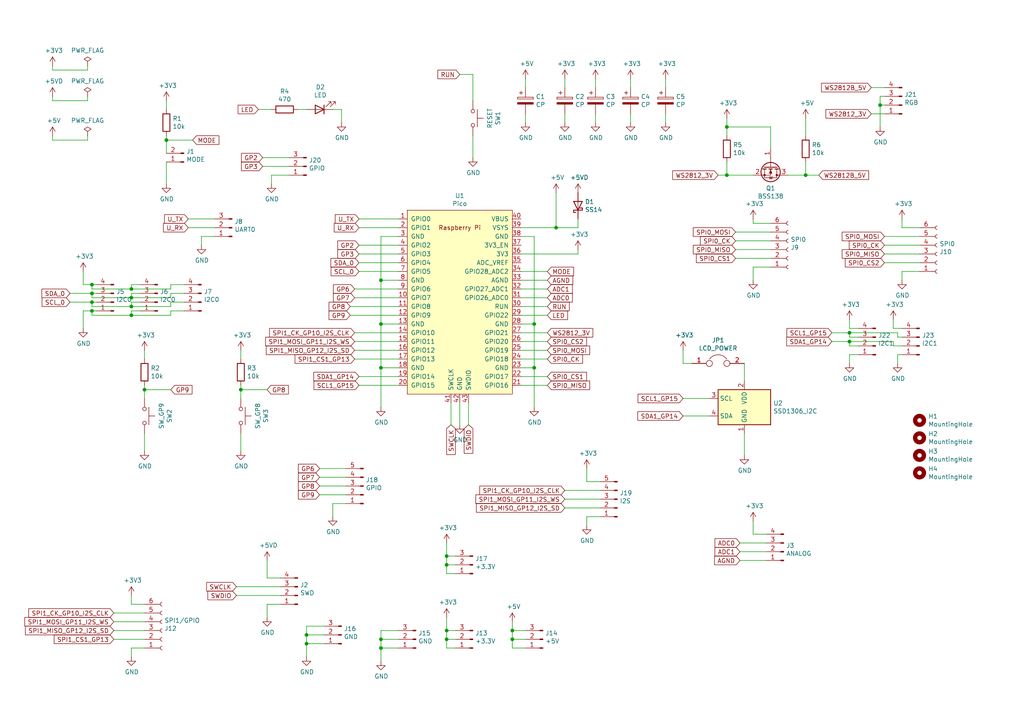
<source format=kicad_sch>
(kicad_sch (version 20230121) (generator eeschema)
  (paper "A4")
  (junction (at 110.49 185.42))
  (junction (at 148.59 182.88))
  (junction (at 129.54 163.83))
  (junction (at 129.54 182.88))
  (junction (at 26.67 82.55))
  (junction (at 233.68 50.8))
  (junction (at 110.49 81.28))
  (junction (at 129.54 161.29))
  (junction (at 88.9 184.15))
  (junction (at 38.1 83.82))
  (junction (at 38.1 91.44))
  (junction (at 48.26 40.64))
  (junction (at 161.29 66.04))
  (junction (at 26.67 90.17))
  (junction (at 210.82 50.8))
  (junction (at 255.27 30.48))
  (junction (at 38.1 88.9))
  (junction (at 148.59 185.42))
  (junction (at 210.82 36.83))
  (junction (at 154.94 106.68))
  (junction (at 26.67 87.63))
  (junction (at 38.1 86.36))
  (junction (at 129.54 185.42))
  (junction (at 41.91 113.03))
  (junction (at 246.38 99.06))
  (junction (at 110.49 187.96))
  (junction (at 88.9 186.69))
  (junction (at 69.85 113.03))
  (junction (at 154.94 93.98))
  (junction (at 110.49 106.68))
  (junction (at 26.67 85.09))
  (junction (at 246.38 96.52))
  (junction (at 110.49 93.98))
  (wire (pts (xy 38.1 82.55) (xy 38.1 83.82)))
  (wire (pts (xy 69.85 111.76) (xy 69.85 113.03)))
  (wire (pts (xy 252.73 25.4) (xy 256.54 25.4)))
  (wire (pts (xy 151.13 93.98) (xy 154.94 93.98)))
  (wire (pts (xy 241.3 96.52) (xy 246.38 96.52)))
  (wire (pts (xy 115.57 78.74) (xy 104.14 78.74)))
  (wire (pts (xy 129.54 163.83) (xy 129.54 161.29)))
  (wire (pts (xy 129.54 185.42) (xy 129.54 182.88)))
  (wire (pts (xy 132.08 182.88) (xy 129.54 182.88)))
  (wire (pts (xy 15.24 29.21) (xy 25.4 29.21)))
  (wire (pts (xy 193.04 25.4) (xy 193.04 22.86)))
  (wire (pts (xy 233.68 39.37) (xy 233.68 34.29)))
  (wire (pts (xy 151.13 88.9) (xy 158.75 88.9)))
  (wire (pts (xy 92.71 135.89) (xy 100.33 135.89)))
  (wire (pts (xy 115.57 91.44) (xy 101.6 91.44)))
  (wire (pts (xy 78.74 50.8) (xy 78.74 53.34)))
  (wire (pts (xy 86.36 31.75) (xy 88.9 31.75)))
  (wire (pts (xy 266.7 73.66) (xy 256.54 73.66)))
  (wire (pts (xy 129.54 166.37) (xy 129.54 163.83)))
  (wire (pts (xy 49.53 87.63) (xy 53.34 87.63)))
  (wire (pts (xy 152.4 25.4) (xy 152.4 22.86)))
  (wire (pts (xy 246.38 96.52) (xy 260.35 96.52)))
  (wire (pts (xy 246.38 100.33) (xy 248.92 100.33)))
  (wire (pts (xy 152.4 187.96) (xy 148.59 187.96)))
  (wire (pts (xy 246.38 92.71) (xy 246.38 95.25)))
  (wire (pts (xy 170.18 149.86) (xy 173.99 149.86)))
  (wire (pts (xy 133.35 123.19) (xy 133.35 116.84)))
  (wire (pts (xy 135.89 123.19) (xy 135.89 116.84)))
  (wire (pts (xy 33.02 182.88) (xy 41.91 182.88)))
  (wire (pts (xy 93.98 184.15) (xy 88.9 184.15)))
  (wire (pts (xy 167.64 73.66) (xy 167.64 72.39)))
  (wire (pts (xy 170.18 139.7) (xy 170.18 135.89)))
  (wire (pts (xy 148.59 185.42) (xy 148.59 182.88)))
  (wire (pts (xy 182.88 25.4) (xy 182.88 22.86)))
  (wire (pts (xy 26.67 90.17) (xy 26.67 91.44)))
  (wire (pts (xy 218.44 64.77) (xy 218.44 63.5)))
  (wire (pts (xy 208.28 50.8) (xy 210.82 50.8)))
  (wire (pts (xy 24.13 82.55) (xy 26.67 82.55)))
  (wire (pts (xy 93.98 181.61) (xy 88.9 181.61)))
  (wire (pts (xy 218.44 77.47) (xy 218.44 81.28)))
  (wire (pts (xy 33.02 177.8) (xy 41.91 177.8)))
  (wire (pts (xy 233.68 50.8) (xy 228.6 50.8)))
  (wire (pts (xy 110.49 118.11) (xy 110.49 106.68)))
  (wire (pts (xy 24.13 78.74) (xy 24.13 82.55)))
  (wire (pts (xy 173.99 142.24) (xy 163.83 142.24)))
  (wire (pts (xy 55.88 40.64) (xy 48.26 40.64)))
  (wire (pts (xy 129.54 187.96) (xy 129.54 185.42)))
  (wire (pts (xy 104.14 109.22) (xy 115.57 109.22)))
  (wire (pts (xy 110.49 185.42) (xy 110.49 187.96)))
  (wire (pts (xy 255.27 27.94) (xy 255.27 30.48)))
  (wire (pts (xy 152.4 185.42) (xy 148.59 185.42)))
  (wire (pts (xy 148.59 187.96) (xy 148.59 185.42)))
  (wire (pts (xy 259.08 95.25) (xy 259.08 92.71)))
  (wire (pts (xy 110.49 93.98) (xy 110.49 81.28)))
  (wire (pts (xy 77.47 167.64) (xy 77.47 162.56)))
  (wire (pts (xy 205.74 120.65) (xy 198.12 120.65)))
  (wire (pts (xy 246.38 97.79) (xy 248.92 97.79)))
  (wire (pts (xy 129.54 161.29) (xy 129.54 157.48)))
  (wire (pts (xy 256.54 27.94) (xy 255.27 27.94)))
  (wire (pts (xy 26.67 83.82) (xy 38.1 83.82)))
  (wire (pts (xy 266.7 78.74) (xy 261.62 78.74)))
  (wire (pts (xy 110.49 182.88) (xy 110.49 185.42)))
  (wire (pts (xy 218.44 154.94) (xy 218.44 151.13)))
  (wire (pts (xy 151.13 73.66) (xy 167.64 73.66)))
  (wire (pts (xy 96.52 146.05) (xy 100.33 146.05)))
  (wire (pts (xy 115.57 66.04) (xy 104.14 66.04)))
  (wire (pts (xy 210.82 36.83) (xy 223.52 36.83)))
  (wire (pts (xy 154.94 68.58) (xy 151.13 68.58)))
  (wire (pts (xy 154.94 106.68) (xy 154.94 93.98)))
  (wire (pts (xy 26.67 91.44) (xy 38.1 91.44)))
  (wire (pts (xy 259.08 99.06) (xy 246.38 99.06)))
  (wire (pts (xy 152.4 182.88) (xy 148.59 182.88)))
  (wire (pts (xy 261.62 100.33) (xy 259.08 100.33)))
  (wire (pts (xy 27.94 85.09) (xy 26.67 85.09)))
  (wire (pts (xy 26.67 82.55) (xy 26.67 83.82)))
  (wire (pts (xy 260.35 97.79) (xy 261.62 97.79)))
  (wire (pts (xy 223.52 72.39) (xy 213.36 72.39)))
  (wire (pts (xy 260.35 96.52) (xy 260.35 97.79)))
  (wire (pts (xy 152.4 35.56) (xy 152.4 33.02)))
  (wire (pts (xy 213.36 69.85) (xy 223.52 69.85)))
  (wire (pts (xy 115.57 96.52) (xy 102.87 96.52)))
  (wire (pts (xy 266.7 68.58) (xy 256.54 68.58)))
  (wire (pts (xy 198.12 105.41) (xy 200.66 105.41)))
  (wire (pts (xy 246.38 99.06) (xy 246.38 100.33)))
  (wire (pts (xy 48.26 46.99) (xy 48.26 53.34)))
  (wire (pts (xy 115.57 185.42) (xy 110.49 185.42)))
  (wire (pts (xy 261.62 66.04) (xy 261.62 63.5)))
  (wire (pts (xy 173.99 139.7) (xy 170.18 139.7)))
  (wire (pts (xy 26.67 86.36) (xy 38.1 86.36)))
  (wire (pts (xy 215.9 110.49) (xy 215.9 105.41)))
  (wire (pts (xy 151.13 109.22) (xy 158.75 109.22)))
  (wire (pts (xy 92.71 140.97) (xy 100.33 140.97)))
  (wire (pts (xy 26.67 87.63) (xy 26.67 88.9)))
  (wire (pts (xy 58.42 71.12) (xy 58.42 68.58)))
  (wire (pts (xy 130.81 123.19) (xy 130.81 116.84)))
  (wire (pts (xy 102.87 101.6) (xy 115.57 101.6)))
  (wire (pts (xy 104.14 71.12) (xy 115.57 71.12)))
  (wire (pts (xy 182.88 35.56) (xy 182.88 33.02)))
  (wire (pts (xy 237.49 50.8) (xy 233.68 50.8)))
  (wire (pts (xy 74.93 31.75) (xy 78.74 31.75)))
  (wire (pts (xy 215.9 132.08) (xy 215.9 125.73)))
  (wire (pts (xy 151.13 106.68) (xy 154.94 106.68)))
  (wire (pts (xy 26.67 85.09) (xy 26.67 86.36)))
  (wire (pts (xy 69.85 101.6) (xy 69.85 104.14)))
  (wire (pts (xy 223.52 64.77) (xy 218.44 64.77)))
  (wire (pts (xy 24.13 95.25) (xy 24.13 90.17)))
  (wire (pts (xy 163.83 25.4) (xy 163.83 22.86)))
  (wire (pts (xy 259.08 100.33) (xy 259.08 99.06)))
  (wire (pts (xy 92.71 143.51) (xy 100.33 143.51)))
  (wire (pts (xy 104.14 63.5) (xy 115.57 63.5)))
  (wire (pts (xy 25.4 20.32) (xy 25.4 19.05)))
  (wire (pts (xy 137.16 21.59) (xy 137.16 29.21)))
  (wire (pts (xy 261.62 95.25) (xy 259.08 95.25)))
  (wire (pts (xy 266.7 66.04) (xy 261.62 66.04)))
  (wire (pts (xy 20.32 87.63) (xy 26.67 87.63)))
  (wire (pts (xy 62.23 66.04) (xy 54.61 66.04)))
  (wire (pts (xy 115.57 182.88) (xy 110.49 182.88)))
  (wire (pts (xy 246.38 97.79) (xy 246.38 96.52)))
  (wire (pts (xy 49.53 113.03) (xy 41.91 113.03)))
  (wire (pts (xy 49.53 91.44) (xy 49.53 90.17)))
  (wire (pts (xy 172.72 35.56) (xy 172.72 33.02)))
  (wire (pts (xy 210.82 46.99) (xy 210.82 50.8)))
  (wire (pts (xy 210.82 50.8) (xy 218.44 50.8)))
  (wire (pts (xy 167.64 66.04) (xy 167.64 63.5)))
  (wire (pts (xy 99.06 31.75) (xy 99.06 35.56)))
  (wire (pts (xy 41.91 111.76) (xy 41.91 113.03)))
  (wire (pts (xy 41.91 187.96) (xy 38.1 187.96)))
  (wire (pts (xy 49.53 86.36) (xy 49.53 85.09)))
  (wire (pts (xy 115.57 187.96) (xy 110.49 187.96)))
  (wire (pts (xy 26.67 85.09) (xy 20.32 85.09)))
  (wire (pts (xy 148.59 182.88) (xy 148.59 180.34)))
  (wire (pts (xy 102.87 86.36) (xy 115.57 86.36)))
  (wire (pts (xy 38.1 86.36) (xy 49.53 86.36)))
  (wire (pts (xy 104.14 111.76) (xy 115.57 111.76)))
  (wire (pts (xy 210.82 39.37) (xy 210.82 36.83)))
  (wire (pts (xy 132.08 166.37) (xy 129.54 166.37)))
  (wire (pts (xy 110.49 106.68) (xy 110.49 93.98)))
  (wire (pts (xy 41.91 115.57) (xy 41.91 113.03)))
  (wire (pts (xy 48.26 39.37) (xy 48.26 40.64)))
  (wire (pts (xy 132.08 187.96) (xy 129.54 187.96)))
  (wire (pts (xy 256.54 71.12) (xy 266.7 71.12)))
  (wire (pts (xy 38.1 90.17) (xy 38.1 91.44)))
  (wire (pts (xy 210.82 36.83) (xy 210.82 34.29)))
  (wire (pts (xy 161.29 66.04) (xy 167.64 66.04)))
  (wire (pts (xy 49.53 85.09) (xy 53.34 85.09)))
  (wire (pts (xy 198.12 115.57) (xy 205.74 115.57)))
  (wire (pts (xy 93.98 186.69) (xy 88.9 186.69)))
  (wire (pts (xy 81.28 167.64) (xy 77.47 167.64)))
  (wire (pts (xy 132.08 163.83) (xy 129.54 163.83)))
  (wire (pts (xy 38.1 175.26) (xy 38.1 172.72)))
  (wire (pts (xy 38.1 187.96) (xy 38.1 190.5)))
  (wire (pts (xy 96.52 149.86) (xy 96.52 146.05)))
  (wire (pts (xy 151.13 111.76) (xy 158.75 111.76)))
  (wire (pts (xy 15.24 39.37) (xy 15.24 40.64)))
  (wire (pts (xy 260.35 105.41) (xy 260.35 102.87)))
  (wire (pts (xy 38.1 83.82) (xy 49.53 83.82)))
  (wire (pts (xy 15.24 19.05) (xy 15.24 20.32)))
  (wire (pts (xy 151.13 66.04) (xy 161.29 66.04)))
  (wire (pts (xy 77.47 175.26) (xy 81.28 175.26)))
  (wire (pts (xy 193.04 35.56) (xy 193.04 33.02)))
  (wire (pts (xy 223.52 74.93) (xy 213.36 74.93)))
  (wire (pts (xy 48.26 40.64) (xy 48.26 44.45)))
  (wire (pts (xy 81.28 172.72) (xy 68.58 172.72)))
  (wire (pts (xy 101.6 88.9) (xy 115.57 88.9)))
  (wire (pts (xy 214.63 162.56) (xy 222.25 162.56)))
  (wire (pts (xy 69.85 125.73) (xy 69.85 130.81)))
  (wire (pts (xy 214.63 157.48) (xy 222.25 157.48)))
  (wire (pts (xy 49.53 88.9) (xy 49.53 87.63)))
  (wire (pts (xy 163.83 147.32) (xy 173.99 147.32)))
  (wire (pts (xy 26.67 88.9) (xy 38.1 88.9)))
  (wire (pts (xy 261.62 81.28) (xy 261.62 78.74)))
  (wire (pts (xy 115.57 81.28) (xy 110.49 81.28)))
  (wire (pts (xy 158.75 104.14) (xy 151.13 104.14)))
  (wire (pts (xy 151.13 78.74) (xy 158.75 78.74)))
  (wire (pts (xy 77.47 113.03) (xy 69.85 113.03)))
  (wire (pts (xy 222.25 160.02) (xy 214.63 160.02)))
  (wire (pts (xy 223.52 77.47) (xy 218.44 77.47)))
  (wire (pts (xy 151.13 83.82) (xy 158.75 83.82)))
  (wire (pts (xy 241.3 99.06) (xy 246.38 99.06)))
  (wire (pts (xy 25.4 29.21) (xy 25.4 27.94)))
  (wire (pts (xy 26.67 82.55) (xy 27.94 82.55)))
  (wire (pts (xy 223.52 36.83) (xy 223.52 43.18)))
  (wire (pts (xy 38.1 91.44) (xy 49.53 91.44)))
  (wire (pts (xy 137.16 39.37) (xy 137.16 45.72)))
  (wire (pts (xy 49.53 90.17) (xy 53.34 90.17)))
  (wire (pts (xy 154.94 93.98) (xy 154.94 68.58)))
  (wire (pts (xy 38.1 85.09) (xy 38.1 86.36)))
  (wire (pts (xy 38.1 87.63) (xy 38.1 88.9)))
  (wire (pts (xy 96.52 31.75) (xy 99.06 31.75)))
  (wire (pts (xy 38.1 88.9) (xy 49.53 88.9)))
  (wire (pts (xy 246.38 105.41) (xy 246.38 102.87)))
  (wire (pts (xy 25.4 40.64) (xy 25.4 39.37)))
  (wire (pts (xy 77.47 179.07) (xy 77.47 175.26)))
  (wire (pts (xy 68.58 170.18) (xy 81.28 170.18)))
  (wire (pts (xy 151.13 86.36) (xy 158.75 86.36)))
  (wire (pts (xy 115.57 106.68) (xy 110.49 106.68)))
  (wire (pts (xy 54.61 63.5) (xy 62.23 63.5)))
  (wire (pts (xy 151.13 81.28) (xy 158.75 81.28)))
  (wire (pts (xy 41.91 180.34) (xy 33.02 180.34)))
  (wire (pts (xy 41.91 101.6) (xy 41.91 104.14)))
  (wire (pts (xy 49.53 82.55) (xy 53.34 82.55)))
  (wire (pts (xy 246.38 102.87) (xy 248.92 102.87)))
  (wire (pts (xy 40.64 87.63) (xy 38.1 87.63)))
  (wire (pts (xy 223.52 67.31) (xy 213.36 67.31)))
  (wire (pts (xy 154.94 118.11) (xy 154.94 106.68)))
  (wire (pts (xy 83.82 50.8) (xy 78.74 50.8)))
  (wire (pts (xy 255.27 30.48) (xy 256.54 30.48)))
  (wire (pts (xy 256.54 76.2) (xy 266.7 76.2)))
  (wire (pts (xy 110.49 81.28) (xy 110.49 68.58)))
  (wire (pts (xy 41.91 185.42) (xy 33.02 185.42)))
  (wire (pts (xy 26.67 87.63) (xy 27.94 87.63)))
  (wire (pts (xy 69.85 115.57) (xy 69.85 113.03)))
  (wire (pts (xy 26.67 90.17) (xy 27.94 90.17)))
  (wire (pts (xy 256.54 33.02) (xy 252.73 33.02)))
  (wire (pts (xy 151.13 99.06) (xy 158.75 99.06)))
  (wire (pts (xy 41.91 175.26) (xy 38.1 175.26)))
  (wire (pts (xy 222.25 154.94) (xy 218.44 154.94)))
  (wire (pts (xy 58.42 68.58) (xy 62.23 68.58)))
  (wire (pts (xy 100.33 138.43) (xy 92.71 138.43)))
  (wire (pts (xy 110.49 68.58) (xy 115.57 68.58)))
  (wire (pts (xy 132.08 161.29) (xy 129.54 161.29)))
  (wire (pts (xy 255.27 36.83) (xy 255.27 30.48)))
  (wire (pts (xy 110.49 187.96) (xy 110.49 191.77)))
  (wire (pts (xy 172.72 25.4) (xy 172.72 22.86)))
  (wire (pts (xy 40.64 85.09) (xy 38.1 85.09)))
  (wire (pts (xy 170.18 152.4) (xy 170.18 149.86)))
  (wire (pts (xy 151.13 101.6) (xy 158.75 101.6)))
  (wire (pts (xy 88.9 184.15) (xy 88.9 186.69)))
  (wire (pts (xy 24.13 90.17) (xy 26.67 90.17)))
  (wire (pts (xy 115.57 93.98) (xy 110.49 93.98)))
  (wire (pts (xy 76.2 48.26) (xy 83.82 48.26)))
  (wire (pts (xy 15.24 40.64) (xy 25.4 40.64)))
  (wire (pts (xy 163.83 144.78) (xy 173.99 144.78)))
  (wire (pts (xy 40.64 90.17) (xy 38.1 90.17)))
  (wire (pts (xy 102.87 83.82) (xy 115.57 83.82)))
  (wire (pts (xy 129.54 182.88) (xy 129.54 179.07)))
  (wire (pts (xy 15.24 20.32) (xy 25.4 20.32)))
  (wire (pts (xy 41.91 125.73) (xy 41.91 130.81)))
  (wire (pts (xy 198.12 101.6) (xy 198.12 105.41)))
  (wire (pts (xy 246.38 95.25) (xy 248.92 95.25)))
  (wire (pts (xy 88.9 186.69) (xy 88.9 190.5)))
  (wire (pts (xy 102.87 99.06) (xy 115.57 99.06)))
  (wire (pts (xy 115.57 76.2) (xy 104.14 76.2)))
  (wire (pts (xy 161.29 55.88) (xy 161.29 66.04)))
  (wire (pts (xy 48.26 29.21) (xy 48.26 31.75)))
  (wire (pts (xy 104.14 73.66) (xy 115.57 73.66)))
  (wire (pts (xy 132.08 185.42) (xy 129.54 185.42)))
  (wire (pts (xy 15.24 27.94) (xy 15.24 29.21)))
  (wire (pts (xy 151.13 96.52) (xy 158.75 96.52)))
  (wire (pts (xy 158.75 91.44) (xy 151.13 91.44)))
  (wire (pts (xy 260.35 102.87) (xy 261.62 102.87)))
  (wire (pts (xy 233.68 46.99) (xy 233.68 50.8)))
  (wire (pts (xy 76.2 45.72) (xy 83.82 45.72)))
  (wire (pts (xy 137.16 21.59) (xy 133.35 21.59)))
  (wire (pts (xy 49.53 83.82) (xy 49.53 82.55)))
  (wire (pts (xy 88.9 181.61) (xy 88.9 184.15)))
  (wire (pts (xy 40.64 82.55) (xy 38.1 82.55)))
  (wire (pts (xy 115.57 104.14) (xy 102.87 104.14)))
  (wire (pts (xy 163.83 35.56) (xy 163.83 33.02)))
  (global_label "SPI1_MOSI_GP11_I2S_WS" (shape input) (at 163.83 144.78 180) (property "Intersheetrefs" "${INTERSHEET_REFS}" (effects hide)))
  (global_label "U_RX" (shape input) (at 54.61 66.04 180) (property "Intersheetrefs" "${INTERSHEET_REFS}" (effects hide)))
  (global_label "SPI1_CK_GP10_I2S_CLK" (shape input) (at 33.02 177.8 180) (property "Intersheetrefs" "${INTERSHEET_REFS}" (effects hide)))
  (global_label "LED" (shape input) (at 74.93 31.75 180) (property "Intersheetrefs" "${INTERSHEET_REFS}" (effects hide)))
  (global_label "SPI1_MOSI_GP11_I2S_WS" (shape input) (at 33.02 180.34 180) (property "Intersheetrefs" "${INTERSHEET_REFS}" (effects hide)))
  (global_label "GP8" (shape input) (at 92.71 140.97 180) (property "Intersheetrefs" "${INTERSHEET_REFS}" (effects hide)))
  (global_label "SPI0_MISO" (shape input) (at 158.75 111.76 0) (property "Intersheetrefs" "${INTERSHEET_REFS}" (effects hide)))
  (global_label "SPI0_CK" (shape input) (at 256.54 71.12 180) (property "Intersheetrefs" "${INTERSHEET_REFS}" (effects hide)))
  (global_label "GP3" (shape input) (at 76.2 48.26 180) (property "Intersheetrefs" "${INTERSHEET_REFS}" (effects hide)))
  (global_label "LED" (shape input) (at 158.75 91.44 0) (property "Intersheetrefs" "${INTERSHEET_REFS}" (effects hide)))
  (global_label "WS2812_3V" (shape input) (at 158.75 96.52 0) (property "Intersheetrefs" "${INTERSHEET_REFS}" (effects hide)))
  (global_label "SWDIO" (shape input) (at 68.58 172.72 180) (property "Intersheetrefs" "${INTERSHEET_REFS}" (effects hide)))
  (global_label "GP8" (shape input) (at 101.6 88.9 180) (property "Intersheetrefs" "${INTERSHEET_REFS}" (effects hide)))
  (global_label "SPI1_MISO_GP12_I2S_SD" (shape input) (at 33.02 182.88 180) (property "Intersheetrefs" "${INTERSHEET_REFS}" (effects hide)))
  (global_label "U_RX" (shape input) (at 104.14 66.04 180) (property "Intersheetrefs" "${INTERSHEET_REFS}" (effects hide)))
  (global_label "SPI1_CS1_GP13" (shape input) (at 102.87 104.14 180) (property "Intersheetrefs" "${INTERSHEET_REFS}" (effects hide)))
  (global_label "SPI1_MOSI_GP11_I2S_WS" (shape input) (at 102.87 99.06 180) (property "Intersheetrefs" "${INTERSHEET_REFS}" (effects hide)))
  (global_label "GP9" (shape input) (at 49.53 113.03 0) (property "Intersheetrefs" "${INTERSHEET_REFS}" (effects hide)))
  (global_label "GP9" (shape input) (at 92.71 143.51 180) (property "Intersheetrefs" "${INTERSHEET_REFS}" (effects hide)))
  (global_label "SPI1_CS1_GP13" (shape input) (at 33.02 185.42 180) (property "Intersheetrefs" "${INTERSHEET_REFS}" (effects hide)))
  (global_label "GP9" (shape input) (at 101.6 91.44 180) (property "Intersheetrefs" "${INTERSHEET_REFS}" (effects hide)))
  (global_label "U_TX" (shape input) (at 54.61 63.5 180) (property "Intersheetrefs" "${INTERSHEET_REFS}" (effects hide)))
  (global_label "SDA1_GP14" (shape input) (at 241.3 99.06 180) (property "Intersheetrefs" "${INTERSHEET_REFS}" (effects hide)))
  (global_label "SDA_0" (shape input) (at 104.14 76.2 180) (property "Intersheetrefs" "${INTERSHEET_REFS}" (effects hide)))
  (global_label "GP3" (shape input) (at 104.14 73.66 180) (property "Intersheetrefs" "${INTERSHEET_REFS}" (effects hide)))
  (global_label "ADC0" (shape input) (at 214.63 157.48 180) (property "Intersheetrefs" "${INTERSHEET_REFS}" (effects hide)))
  (global_label "SPI1_CK_GP10_I2S_CLK" (shape input) (at 163.83 142.24 180) (property "Intersheetrefs" "${INTERSHEET_REFS}" (effects hide)))
  (global_label "SWCLK" (shape input) (at 68.58 170.18 180) (property "Intersheetrefs" "${INTERSHEET_REFS}" (effects hide)))
  (global_label "SPI0_CS2" (shape input) (at 256.54 76.2 180) (property "Intersheetrefs" "${INTERSHEET_REFS}" (effects hide)))
  (global_label "SPI0_CK" (shape input) (at 213.36 69.85 180) (property "Intersheetrefs" "${INTERSHEET_REFS}" (effects hide)))
  (global_label "RUN" (shape input) (at 158.75 88.9 0) (property "Intersheetrefs" "${INTERSHEET_REFS}" (effects hide)))
  (global_label "MODE" (shape input) (at 55.88 40.64 0) (property "Intersheetrefs" "${INTERSHEET_REFS}" (effects hide)))
  (global_label "WS2812_3V" (shape input) (at 208.28 50.8 180) (property "Intersheetrefs" "${INTERSHEET_REFS}" (effects hide)))
  (global_label "ADC0" (shape input) (at 158.75 86.36 0) (property "Intersheetrefs" "${INTERSHEET_REFS}" (effects hide)))
  (global_label "SDA1_GP14" (shape input) (at 198.12 120.65 180) (property "Intersheetrefs" "${INTERSHEET_REFS}" (effects hide)))
  (global_label "SPI1_MISO_GP12_I2S_SD" (shape input) (at 102.87 101.6 180) (property "Intersheetrefs" "${INTERSHEET_REFS}" (effects hide)))
  (global_label "SPI1_CK_GP10_I2S_CLK" (shape input) (at 102.87 96.52 180) (property "Intersheetrefs" "${INTERSHEET_REFS}" (effects hide)))
  (global_label "ADC1" (shape input) (at 214.63 160.02 180) (property "Intersheetrefs" "${INTERSHEET_REFS}" (effects hide)))
  (global_label "WS2812B_5V" (shape input) (at 252.73 25.4 180) (property "Intersheetrefs" "${INTERSHEET_REFS}" (effects hide)))
  (global_label "GP6" (shape input) (at 92.71 135.89 180) (property "Intersheetrefs" "${INTERSHEET_REFS}" (effects hide)))
  (global_label "AGND" (shape input) (at 158.75 81.28 0) (property "Intersheetrefs" "${INTERSHEET_REFS}" (effects hide)))
  (global_label "GP7" (shape input) (at 102.87 86.36 180) (property "Intersheetrefs" "${INTERSHEET_REFS}" (effects hide)))
  (global_label "SPI0_MOSI" (shape input) (at 158.75 101.6 0) (property "Intersheetrefs" "${INTERSHEET_REFS}" (effects hide)))
  (global_label "SPI0_MOSI" (shape input) (at 256.54 68.58 180) (property "Intersheetrefs" "${INTERSHEET_REFS}" (effects hide)))
  (global_label "SPI0_CK" (shape input) (at 158.75 104.14 0) (property "Intersheetrefs" "${INTERSHEET_REFS}" (effects hide)))
  (global_label "SCL_0" (shape input) (at 104.14 78.74 180) (property "Intersheetrefs" "${INTERSHEET_REFS}" (effects hide)))
  (global_label "SWCLK" (shape input) (at 130.81 123.19 270) (property "Intersheetrefs" "${INTERSHEET_REFS}" (effects hide)))
  (global_label "U_TX" (shape input) (at 104.14 63.5 180) (property "Intersheetrefs" "${INTERSHEET_REFS}" (effects hide)))
  (global_label "RUN" (shape input) (at 133.35 21.59 180) (property "Intersheetrefs" "${INTERSHEET_REFS}" (effects hide)))
  (global_label "GP8" (shape input) (at 77.47 113.03 0) (property "Intersheetrefs" "${INTERSHEET_REFS}" (effects hide)))
  (global_label "AGND" (shape input) (at 214.63 162.56 180) (property "Intersheetrefs" "${INTERSHEET_REFS}" (effects hide)))
  (global_label "WS2812_3V" (shape input) (at 252.73 33.02 180) (property "Intersheetrefs" "${INTERSHEET_REFS}" (effects hide)))
  (global_label "SPI0_CS1" (shape input) (at 213.36 74.93 180) (property "Intersheetrefs" "${INTERSHEET_REFS}" (effects hide)))
  (global_label "WS2812B_5V" (shape input) (at 237.49 50.8 0) (property "Intersheetrefs" "${INTERSHEET_REFS}" (effects hide)))
  (global_label "SPI0_CS1" (shape input) (at 158.75 109.22 0) (property "Intersheetrefs" "${INTERSHEET_REFS}" (effects hide)))
  (global_label "SPI0_MOSI" (shape input) (at 213.36 67.31 180) (property "Intersheetrefs" "${INTERSHEET_REFS}" (effects hide)))
  (global_label "SPI0_MISO" (shape input) (at 213.36 72.39 180) (property "Intersheetrefs" "${INTERSHEET_REFS}" (effects hide)))
  (global_label "MODE" (shape input) (at 158.75 78.74 0) (property "Intersheetrefs" "${INTERSHEET_REFS}" (effects hide)))
  (global_label "SPI0_MISO" (shape input) (at 256.54 73.66 180) (property "Intersheetrefs" "${INTERSHEET_REFS}" (effects hide)))
  (global_label "GP2" (shape input) (at 76.2 45.72 180) (property "Intersheetrefs" "${INTERSHEET_REFS}" (effects hide)))
  (global_label "ADC1" (shape input) (at 158.75 83.82 0) (property "Intersheetrefs" "${INTERSHEET_REFS}" (effects hide)))
  (global_label "SDA_0" (shape input) (at 20.32 85.09 180) (property "Intersheetrefs" "${INTERSHEET_REFS}" (effects hide)))
  (global_label "SDA1_GP14" (shape input) (at 104.14 109.22 180) (property "Intersheetrefs" "${INTERSHEET_REFS}" (effects hide)))
  (global_label "GP7" (shape input) (at 92.71 138.43 180) (property "Intersheetrefs" "${INTERSHEET_REFS}" (effects hide)))
  (global_label "SCL1_GP15" (shape input) (at 198.12 115.57 180) (property "Intersheetrefs" "${INTERSHEET_REFS}" (effects hide)))
  (global_label "SPI0_CS2" (shape input) (at 158.75 99.06 0) (property "Intersheetrefs" "${INTERSHEET_REFS}" (effects hide)))
  (global_label "GP2" (shape input) (at 104.14 71.12 180) (property "Intersheetrefs" "${INTERSHEET_REFS}" (effects hide)))
  (global_label "SCL1_GP15" (shape input) (at 241.3 96.52 180) (property "Intersheetrefs" "${INTERSHEET_REFS}" (effects hide)))
  (global_label "SPI1_MISO_GP12_I2S_SD" (shape input) (at 163.83 147.32 180) (property "Intersheetrefs" "${INTERSHEET_REFS}" (effects hide)))
  (global_label "SCL_0" (shape input) (at 20.32 87.63 180) (property "Intersheetrefs" "${INTERSHEET_REFS}" (effects hide)))
  (global_label "SCL1_GP15" (shape input) (at 104.14 111.76 180) (property "Intersheetrefs" "${INTERSHEET_REFS}" (effects hide)))
  (global_label "SWDIO" (shape input) (at 135.89 123.19 270) (property "Intersheetrefs" "${INTERSHEET_REFS}" (effects hide)))
  (global_label "GP6" (shape input) (at 102.87 83.82 180) (property "Intersheetrefs" "${INTERSHEET_REFS}" (effects hide)))
  (symbol (lib_id "MCU_RaspberryPi_and_Boards:Pico") (at 133.35 87.63 0) (unit 1)
    (property "Reference" "U1" (at 133.35 56.769 0))
    (property "Value" "Pico" (at 133.35 59.0804 0))
    (property "Footprint" "MCU_RaspberryPi_and_Boards:RPi_Pico_SMD_TH" (effects hide))
  )
  (symbol (lib_id "Switch:SW_Push") (at 137.16 34.29 270) (unit 1)
    (property "Reference" "SW1" (at 144.399 34.29 0))
    (property "Value" "RESET" (at 142.0876 34.29 0))
    (property "Footprint" "Button_Switch_THT:SW_PUSH_6mm_H4.3mm" (effects hide))
  )
  (symbol (lib_id "power:GND") (at 137.16 45.72 0) (unit 1)
    (property "Reference" "#PWR0101" (effects hide))
    (property "Value" "GND" (at 137.287 50.1142 0))
  )
  (symbol (lib_id "power:GND") (at 154.94 118.11 0) (unit 1)
    (property "Reference" "#PWR0102" (effects hide))
    (property "Value" "GND" (at 155.067 122.5042 0))
  )
  (symbol (lib_id "pico-dev-rescue:+3.3V-power") (at 167.64 72.39 0) (unit 1)
    (property "Reference" "#PWR0103" (effects hide))
    (property "Value" "+3.3V" (at 168.021 67.9958 0))
  )
  (symbol (lib_id "Device:D_Schottky") (at 167.64 59.69 90) (unit 1)
    (property "Reference" "D1" (at 169.6466 58.5216 90) (effects (justify right)))
    (property "Value" "SS14" (at 169.6466 60.833 90) (effects (justify right)))
    (property "Footprint" "Diode_SMD:D_SMA" (effects hide))
  )
  (symbol (lib_id "power:GND") (at 110.49 118.11 0) (unit 1)
    (property "Reference" "#PWR0104" (effects hide))
    (property "Value" "GND" (at 110.617 122.5042 0))
  )
  (symbol (lib_id "pico-dev-rescue:Conn_01x04_Male-Connector") (at 86.36 172.72 180) (unit 1)
    (property "Reference" "J2" (at 87.0458 169.672 0) (effects (justify right)))
    (property "Value" "SWD" (at 87.0458 171.9834 0) (effects (justify right)))
    (property "Footprint" "Connector_PinHeader_2.54mm:PinHeader_1x04_P2.54mm_Vertical" (effects hide))
  )
  (symbol (lib_id "power:GND") (at 77.47 179.07 0) (unit 1)
    (property "Reference" "#PWR0105" (effects hide))
    (property "Value" "GND" (at 77.597 183.4642 0))
  )
  (symbol (lib_id "oled_ssd1306:SSD1306_I2C") (at 215.9 118.11 0) (unit 1)
    (property "Reference" "U2" (at 224.282 116.9416 0) (effects (justify left)))
    (property "Value" "SSD1306_I2C" (at 224.282 119.253 0) (effects (justify left)))
    (property "Footprint" "oled_ssd1306:ssd1306_I2c" (effects hide))
    (property "Datasheet" "http://www.raystar-optronics.com/down.php?ProID=18" (effects hide))
  )
  (symbol (lib_id "pico-dev-rescue:+3.3V-power") (at 198.12 101.6 0) (unit 1)
    (property "Reference" "#PWR0106" (effects hide))
    (property "Value" "+3.3V" (at 198.501 97.2058 0))
  )
  (symbol (lib_id "power:GND") (at 215.9 132.08 0) (unit 1)
    (property "Reference" "#PWR0107" (effects hide))
    (property "Value" "GND" (at 216.027 136.4742 0))
  )
  (symbol (lib_id "power:+5VD") (at 167.64 55.88 0) (unit 1)
    (property "Reference" "#PWR0108" (effects hide))
    (property "Value" "+5VD" (at 168.021 51.4858 0))
  )
  (symbol (lib_id "power:+5VD") (at 77.47 162.56 0) (unit 1)
    (property "Reference" "#PWR0109" (effects hide))
    (property "Value" "+5VD" (at 77.851 158.1658 0))
  )
  (symbol (lib_id "power:+5V") (at 161.29 55.88 0) (unit 1)
    (property "Reference" "#PWR0110" (effects hide))
    (property "Value" "+5V" (at 161.671 51.4858 0))
  )
  (symbol (lib_id "pico-dev-rescue:Conn_01x02_Male-Connector") (at 53.34 46.99 180) (unit 1)
    (property "Reference" "J1" (at 54.0512 43.942 0) (effects (justify right)))
    (property "Value" "MODE" (at 54.0512 46.2534 0) (effects (justify right)))
    (property "Footprint" "Connector_PinHeader_2.54mm:PinHeader_1x02_P2.54mm_Vertical" (effects hide))
  )
  (symbol (lib_id "Device:R") (at 48.26 35.56 0) (unit 1)
    (property "Reference" "R1" (at 50.038 34.3916 0) (effects (justify left)))
    (property "Value" "10k" (at 50.038 36.703 0) (effects (justify left)))
    (property "Footprint" "Resistor_SMD:R_1206_3216Metric_Pad1.42x1.75mm_HandSolder" (effects hide))
  )
  (symbol (lib_id "pico-dev-rescue:+3.3V-power") (at 48.26 29.21 0) (unit 1)
    (property "Reference" "#PWR0111" (effects hide))
    (property "Value" "+3.3V" (at 48.641 24.8158 0))
  )
  (symbol (lib_id "power:GND") (at 48.26 53.34 0) (unit 1)
    (property "Reference" "#PWR0112" (effects hide))
    (property "Value" "GND" (at 48.387 57.7342 0))
  )
  (symbol (lib_id "pico-dev-rescue:Conn_01x04_Male-Connector") (at 227.33 160.02 180) (unit 1)
    (property "Reference" "J3" (at 228.0158 158.242 0) (effects (justify right)))
    (property "Value" "ANALOG" (at 228.0158 160.5534 0) (effects (justify right)))
    (property "Footprint" "Connector_PinHeader_2.54mm:PinHeader_1x04_P2.54mm_Vertical" (effects hide))
  )
  (symbol (lib_id "pico-dev-rescue:+3.3V-power") (at 218.44 151.13 0) (unit 1)
    (property "Reference" "#PWR0114" (effects hide))
    (property "Value" "+3.3V" (at 218.821 146.7358 0))
  )
  (symbol (lib_id "pico-dev-rescue:Conn_01x04_Male-Connector") (at 33.02 87.63 180) (unit 1)
    (property "Reference" "J5" (at 33.7312 84.582 0) (effects (justify right)))
    (property "Value" "I2C0" (at 33.7312 86.8934 0) (effects (justify right)))
    (property "Footprint" "Connector_PinHeader_2.54mm:PinHeader_1x04_P2.54mm_Vertical" (effects hide))
  )
  (symbol (lib_id "power:GND") (at 24.13 95.25 0) (unit 1)
    (property "Reference" "#PWR0115" (effects hide))
    (property "Value" "GND" (at 24.257 99.6442 0))
  )
  (symbol (lib_id "pico-dev-rescue:+3.3V-power") (at 24.13 78.74 0) (unit 1)
    (property "Reference" "#PWR0116" (effects hide))
    (property "Value" "+3.3V" (at 24.511 74.3458 0))
  )
  (symbol (lib_id "pico-dev-rescue:Conn_01x04_Male-Connector") (at 45.72 87.63 180) (unit 1)
    (property "Reference" "J6" (at 46.4312 84.582 0) (effects (justify right)))
    (property "Value" "I2C0" (at 46.4312 86.8934 0) (effects (justify right)))
    (property "Footprint" "Connector_PinHeader_2.54mm:PinHeader_1x04_P2.54mm_Vertical" (effects hide))
  )
  (symbol (lib_id "pico-dev-rescue:Conn_01x04_Male-Connector") (at 58.42 87.63 180) (unit 1)
    (property "Reference" "J7" (at 59.1312 84.582 0) (effects (justify right)))
    (property "Value" "I2C0" (at 59.1312 86.8934 0) (effects (justify right)))
    (property "Footprint" "Connector_PinHeader_2.54mm:PinHeader_1x04_P2.54mm_Vertical" (effects hide))
  )
  (symbol (lib_id "pico-dev-rescue:Conn_01x03_Male-Connector") (at 67.31 66.04 180) (unit 1)
    (property "Reference" "J8" (at 68.0212 64.262 0) (effects (justify right)))
    (property "Value" "UART0" (at 68.0212 66.5734 0) (effects (justify right)))
    (property "Footprint" "Connector_PinHeader_2.54mm:PinHeader_1x03_P2.54mm_Vertical" (effects hide))
  )
  (symbol (lib_id "power:GND") (at 58.42 71.12 0) (unit 1)
    (property "Reference" "#PWR0117" (effects hide))
    (property "Value" "GND" (at 58.547 75.5142 0))
  )
  (symbol (lib_id "pico-dev-rescue:+3.3V-power") (at 218.44 63.5 0) (unit 1)
    (property "Reference" "#PWR0118" (effects hide))
    (property "Value" "+3.3V" (at 218.821 59.1058 0))
  )
  (symbol (lib_id "power:GND") (at 218.44 81.28 0) (unit 1)
    (property "Reference" "#PWR0119" (effects hide))
    (property "Value" "GND" (at 218.567 85.6742 0))
  )
  (symbol (lib_id "pico-dev-rescue:Conn_01x06_Female-Connector") (at 228.6 72.39 0) (mirror x) (unit 1)
    (property "Reference" "J9" (at 229.3112 71.7804 0) (effects (justify left)))
    (property "Value" "SPI0" (at 229.3112 69.469 0) (effects (justify left)))
    (property "Footprint" "Connector_PinHeader_2.54mm:PinHeader_1x06_P2.54mm_Vertical" (effects hide))
  )
  (symbol (lib_id "pico-dev-rescue:+3.3V-power") (at 261.62 63.5 0) (unit 1)
    (property "Reference" "#PWR0120" (effects hide))
    (property "Value" "+3.3V" (at 262.001 59.1058 0))
  )
  (symbol (lib_id "power:GND") (at 261.62 81.28 0) (unit 1)
    (property "Reference" "#PWR0121" (effects hide))
    (property "Value" "GND" (at 261.747 85.6742 0))
  )
  (symbol (lib_id "pico-dev-rescue:Conn_01x06_Female-Connector") (at 271.78 73.66 0) (mirror x) (unit 1)
    (property "Reference" "J10" (at 272.4912 73.0504 0) (effects (justify left)))
    (property "Value" "SPI0" (at 272.4912 70.739 0) (effects (justify left)))
    (property "Footprint" "Connector_PinHeader_2.54mm:PinHeader_1x06_P2.54mm_Vertical" (effects hide))
  )
  (symbol (lib_id "pico-dev-rescue:+3.3V-power") (at 38.1 172.72 0) (unit 1)
    (property "Reference" "#PWR0124" (effects hide))
    (property "Value" "+3.3V" (at 38.481 168.3258 0))
  )
  (symbol (lib_id "power:GND") (at 38.1 190.5 0) (unit 1)
    (property "Reference" "#PWR0125" (effects hide))
    (property "Value" "GND" (at 38.227 194.8942 0))
  )
  (symbol (lib_id "pico-dev-rescue:Conn_01x06_Female-Connector") (at 46.99 182.88 0) (mirror x) (unit 1)
    (property "Reference" "J12" (at 47.6758 182.2704 0) (effects (justify left)))
    (property "Value" "SPI1/GPIO" (at 47.6758 179.959 0) (effects (justify left)))
    (property "Footprint" "Connector_PinHeader_2.54mm:PinHeader_1x06_P2.54mm_Vertical" (effects hide))
  )
  (symbol (lib_id "Device:R") (at 41.91 107.95 0) (unit 1)
    (property "Reference" "R2" (at 43.688 106.7816 0) (effects (justify left)))
    (property "Value" "10k" (at 43.688 109.093 0) (effects (justify left)))
    (property "Footprint" "Resistor_SMD:R_1206_3216Metric_Pad1.42x1.75mm_HandSolder" (effects hide))
  )
  (symbol (lib_id "pico-dev-rescue:+3.3V-power") (at 41.91 101.6 0) (unit 1)
    (property "Reference" "#PWR0126" (effects hide))
    (property "Value" "+3.3V" (at 42.291 97.2058 0))
  )
  (symbol (lib_id "power:GND") (at 41.91 130.81 0) (unit 1)
    (property "Reference" "#PWR0127" (effects hide))
    (property "Value" "GND" (at 42.037 135.2042 0))
  )
  (symbol (lib_id "Switch:SW_Push") (at 41.91 120.65 270) (unit 1)
    (property "Reference" "SW2" (at 49.149 120.65 0))
    (property "Value" "SW_GP9" (at 46.8376 120.65 0))
    (property "Footprint" "Button_Switch_THT:SW_PUSH_6mm_H4.3mm" (effects hide))
  )
  (symbol (lib_id "Device:R") (at 69.85 107.95 0) (unit 1)
    (property "Reference" "R3" (at 71.628 106.7816 0) (effects (justify left)))
    (property "Value" "10k" (at 71.628 109.093 0) (effects (justify left)))
    (property "Footprint" "Resistor_SMD:R_1206_3216Metric_Pad1.42x1.75mm_HandSolder" (effects hide))
  )
  (symbol (lib_id "pico-dev-rescue:+3.3V-power") (at 69.85 101.6 0) (unit 1)
    (property "Reference" "#PWR0128" (effects hide))
    (property "Value" "+3.3V" (at 70.231 97.2058 0))
  )
  (symbol (lib_id "power:GND") (at 69.85 130.81 0) (unit 1)
    (property "Reference" "#PWR0129" (effects hide))
    (property "Value" "GND" (at 69.977 135.2042 0))
  )
  (symbol (lib_id "Switch:SW_Push") (at 69.85 120.65 270) (unit 1)
    (property "Reference" "SW3" (at 77.089 120.65 0))
    (property "Value" "SW_GP8" (at 74.7776 120.65 0))
    (property "Footprint" "Button_Switch_THT:SW_PUSH_6mm_H4.3mm" (effects hide))
  )
  (symbol (lib_id "power:PWR_FLAG") (at 25.4 19.05 0) (unit 1)
    (property "Reference" "#FLG0101" (effects hide))
    (property "Value" "PWR_FLAG" (at 25.4 14.6304 0))
  )
  (symbol (lib_id "pico-dev-rescue:+3.3V-power") (at 15.24 19.05 0) (unit 1)
    (property "Reference" "#PWR0130" (effects hide))
    (property "Value" "+3.3V" (at 15.621 14.6558 0))
  )
  (symbol (lib_id "power:PWR_FLAG") (at 25.4 27.94 0) (unit 1)
    (property "Reference" "#FLG0102" (effects hide))
    (property "Value" "PWR_FLAG" (at 25.4 23.5204 0))
  )
  (symbol (lib_id "power:+5VD") (at 15.24 27.94 0) (unit 1)
    (property "Reference" "#PWR0131" (effects hide))
    (property "Value" "+5VD" (at 15.621 23.5458 0))
  )
  (symbol (lib_id "power:PWR_FLAG") (at 25.4 39.37 0) (unit 1)
    (property "Reference" "#FLG0103" (effects hide))
    (property "Value" "PWR_FLAG" (at 25.4 34.9504 0))
  )
  (symbol (lib_id "power:+5V") (at 15.24 39.37 0) (unit 1)
    (property "Reference" "#PWR0132" (effects hide))
    (property "Value" "+5V" (at 15.621 34.9758 0))
  )
  (symbol (lib_id "power:GND") (at 133.35 123.19 0) (unit 1)
    (property "Reference" "#PWR0133" (effects hide))
    (property "Value" "GND" (at 133.477 127.5842 0))
  )
  (symbol (lib_id "Device:R") (at 82.55 31.75 270) (unit 1)
    (property "Reference" "R4" (at 82.55 26.4922 90))
    (property "Value" "470" (at 82.55 28.8036 90))
    (property "Footprint" "Resistor_SMD:R_1206_3216Metric_Pad1.42x1.75mm_HandSolder" (effects hide))
  )
  (symbol (lib_id "Device:LED") (at 92.71 31.75 180) (unit 1)
    (property "Reference" "D2" (at 92.9132 25.273 0))
    (property "Value" "LED" (at 92.9132 27.5844 0))
    (property "Footprint" "LED_SMD:LED_1206_3216Metric_Pad1.42x1.75mm_HandSolder" (effects hide))
  )
  (symbol (lib_id "power:GND") (at 99.06 35.56 0) (unit 1)
    (property "Reference" "#PWR0134" (effects hide))
    (property "Value" "GND" (at 99.187 39.9542 0))
  )
  (symbol (lib_id "pico-dev-rescue:Conn_01x03_Male-Connector") (at 157.48 185.42 180) (unit 1)
    (property "Reference" "J14" (at 158.1658 183.642 0) (effects (justify right)))
    (property "Value" "+5V" (at 158.1658 185.9534 0) (effects (justify right)))
    (property "Footprint" "Connector_PinHeader_2.54mm:PinHeader_1x03_P2.54mm_Vertical" (effects hide))
  )
  (symbol (lib_id "Transistor_FET:BSS138") (at 223.52 48.26 270) (unit 1)
    (property "Reference" "Q1" (at 223.52 54.61 90))
    (property "Value" "BSS138" (at 223.52 56.9214 90))
    (property "Footprint" "Package_TO_SOT_SMD:SOT-23_Handsoldering" (effects hide))
    (property "Datasheet" "https://www.fairchildsemi.com/datasheets/BS/BSS138.pdf" (effects hide))
  )
  (symbol (lib_id "Device:R") (at 210.82 43.18 0) (unit 1)
    (property "Reference" "R5" (at 212.598 42.0116 0) (effects (justify left)))
    (property "Value" "10k" (at 212.598 44.323 0) (effects (justify left)))
    (property "Footprint" "Resistor_SMD:R_1206_3216Metric_Pad1.42x1.75mm_HandSolder" (effects hide))
  )
  (symbol (lib_id "Device:R") (at 233.68 43.18 0) (unit 1)
    (property "Reference" "R6" (at 235.458 42.0116 0) (effects (justify left)))
    (property "Value" "10k" (at 235.458 44.323 0) (effects (justify left)))
    (property "Footprint" "Resistor_SMD:R_1206_3216Metric_Pad1.42x1.75mm_HandSolder" (effects hide))
  )
  (symbol (lib_id "pico-dev-rescue:+3.3V-power") (at 210.82 34.29 0) (unit 1)
    (property "Reference" "#PWR0122" (effects hide))
    (property "Value" "+3.3V" (at 211.201 29.8958 0))
  )
  (symbol (lib_id "power:+5V") (at 233.68 34.29 0) (unit 1)
    (property "Reference" "#PWR0123" (effects hide))
    (property "Value" "+5V" (at 234.061 29.8958 0))
  )
  (symbol (lib_id "pico-dev-rescue:Conn_01x03_Male-Connector") (at 137.16 185.42 180) (unit 1)
    (property "Reference" "J13" (at 137.8458 183.642 0) (effects (justify right)))
    (property "Value" "+3.3V" (at 137.8458 185.9534 0) (effects (justify right)))
    (property "Footprint" "Connector_PinHeader_2.54mm:PinHeader_1x03_P2.54mm_Vertical" (effects hide))
  )
  (symbol (lib_id "pico-dev-rescue:Conn_01x03_Male-Connector") (at 120.65 185.42 180) (unit 1)
    (property "Reference" "J15" (at 121.3358 183.642 0) (effects (justify right)))
    (property "Value" "GND" (at 121.3358 185.9534 0) (effects (justify right)))
    (property "Footprint" "Connector_PinHeader_2.54mm:PinHeader_1x03_P2.54mm_Vertical" (effects hide))
  )
  (symbol (lib_id "pico-dev-rescue:+3.3V-power") (at 129.54 179.07 0) (unit 1)
    (property "Reference" "#PWR0136" (effects hide))
    (property "Value" "+3.3V" (at 129.921 174.6758 0))
  )
  (symbol (lib_id "power:GND") (at 110.49 191.77 0) (unit 1)
    (property "Reference" "#PWR0137" (effects hide))
    (property "Value" "GND" (at 110.617 196.1642 0))
  )
  (symbol (lib_id "pico-dev-rescue:Jumper-Device") (at 208.28 105.41 0) (unit 1)
    (property "Reference" "JP1" (at 208.28 98.7044 0))
    (property "Value" "LCD_POWER" (at 208.28 101.0158 0))
    (property "Footprint" "Connector_PinHeader_2.54mm:PinHeader_1x02_P2.54mm_Vertical" (effects hide))
  )
  (symbol (lib_id "pico-dev-rescue:CP-Device") (at 182.88 29.21 0) (unit 1)
    (property "Reference" "C4" (at 185.8772 28.0416 0) (effects (justify left)))
    (property "Value" "CP" (at 185.8772 30.353 0) (effects (justify left)))
    (property "Footprint" "Capacitor_THT:CP_Radial_D6.3mm_P2.50mm" (effects hide))
  )
  (symbol (lib_id "pico-dev-rescue:+3.3V-power") (at 182.88 22.86 0) (unit 1)
    (property "Reference" "#PWR0154" (effects hide))
    (property "Value" "+3.3V" (at 183.261 18.4658 0))
  )
  (symbol (lib_id "power:GND") (at 182.88 35.56 0) (unit 1)
    (property "Reference" "#PWR0155" (effects hide))
    (property "Value" "GND" (at 183.007 39.9542 0))
  )
  (symbol (lib_id "Mechanical:MountingHole") (at 266.7 137.16 0) (unit 1)
    (property "Reference" "H4" (at 269.24 135.9916 0) (effects (justify left)))
    (property "Value" "MountingHole" (at 269.24 138.303 0) (effects (justify left)))
    (property "Footprint" "MountingHole:MountingHole_3.2mm_M3" (effects hide))
  )
  (symbol (lib_id "Mechanical:MountingHole") (at 266.7 132.08 0) (unit 1)
    (property "Reference" "H3" (at 269.24 130.9116 0) (effects (justify left)))
    (property "Value" "MountingHole" (at 269.24 133.223 0) (effects (justify left)))
    (property "Footprint" "MountingHole:MountingHole_3.2mm_M3" (effects hide))
  )
  (symbol (lib_id "Mechanical:MountingHole") (at 266.7 127 0) (unit 1)
    (property "Reference" "H2" (at 269.24 125.8316 0) (effects (justify left)))
    (property "Value" "MountingHole" (at 269.24 128.143 0) (effects (justify left)))
    (property "Footprint" "MountingHole:MountingHole_3.2mm_M3" (effects hide))
  )
  (symbol (lib_id "Mechanical:MountingHole") (at 266.7 121.92 0) (unit 1)
    (property "Reference" "H1" (at 269.24 120.7516 0) (effects (justify left)))
    (property "Value" "MountingHole" (at 269.24 123.063 0) (effects (justify left)))
    (property "Footprint" "MountingHole:MountingHole_3.2mm_M3" (effects hide))
  )
  (symbol (lib_id "power:+5V") (at 148.59 180.34 0) (unit 1)
    (property "Reference" "#PWR0135" (effects hide))
    (property "Value" "+5V" (at 148.971 175.9458 0))
  )
  (symbol (lib_id "pico-dev-rescue:Conn_01x03_Male-Connector") (at 99.06 184.15 180) (unit 1)
    (property "Reference" "J16" (at 99.7458 182.372 0) (effects (justify right)))
    (property "Value" "GND" (at 99.7458 184.6834 0) (effects (justify right)))
    (property "Footprint" "Connector_PinHeader_2.54mm:PinHeader_1x03_P2.54mm_Vertical" (effects hide))
  )
  (symbol (lib_id "power:GND") (at 88.9 190.5 0) (unit 1)
    (property "Reference" "#PWR0138" (effects hide))
    (property "Value" "GND" (at 89.027 194.8942 0))
  )
  (symbol (lib_id "pico-dev-rescue:Conn_01x03_Male-Connector") (at 137.16 163.83 180) (unit 1)
    (property "Reference" "J17" (at 137.8458 162.052 0) (effects (justify right)))
    (property "Value" "+3.3V" (at 137.8458 164.3634 0) (effects (justify right)))
    (property "Footprint" "Connector_PinHeader_2.54mm:PinHeader_1x03_P2.54mm_Vertical" (effects hide))
  )
  (symbol (lib_id "pico-dev-rescue:+3.3V-power") (at 129.54 157.48 0) (unit 1)
    (property "Reference" "#PWR0139" (effects hide))
    (property "Value" "+3.3V" (at 129.921 153.0858 0))
  )
  (symbol (lib_id "pico-dev-rescue:Conn_01x05_Male-Connector") (at 105.41 140.97 180) (unit 1)
    (property "Reference" "J18" (at 106.0958 139.192 0) (effects (justify right)))
    (property "Value" "GPIO" (at 106.0958 141.5034 0) (effects (justify right)))
    (property "Footprint" "Connector_PinHeader_2.54mm:PinHeader_1x05_P2.54mm_Vertical" (effects hide))
  )
  (symbol (lib_id "power:GND") (at 96.52 149.86 0) (unit 1)
    (property "Reference" "#PWR0140" (effects hide))
    (property "Value" "GND" (at 96.647 154.2542 0))
  )
  (symbol (lib_id "pico-dev-rescue:CP-Device") (at 193.04 29.21 0) (unit 1)
    (property "Reference" "C5" (at 196.0372 28.0416 0) (effects (justify left)))
    (property "Value" "CP" (at 196.0372 30.353 0) (effects (justify left)))
    (property "Footprint" "Capacitor_THT:CP_Radial_D6.3mm_P2.50mm" (effects hide))
  )
  (symbol (lib_id "pico-dev-rescue:+3.3V-power") (at 193.04 22.86 0) (unit 1)
    (property "Reference" "#PWR0156" (effects hide))
    (property "Value" "+3.3V" (at 193.421 18.4658 0))
  )
  (symbol (lib_id "power:GND") (at 193.04 35.56 0) (unit 1)
    (property "Reference" "#PWR0157" (effects hide))
    (property "Value" "GND" (at 193.167 39.9542 0))
  )
  (symbol (lib_id "pico-dev-rescue:Conn_01x05_Male-Connector") (at 179.07 144.78 180) (unit 1)
    (property "Reference" "J19" (at 179.7558 143.002 0) (effects (justify right)))
    (property "Value" "I2S" (at 179.7558 145.3134 0) (effects (justify right)))
    (property "Footprint" "Connector_PinHeader_2.54mm:PinHeader_1x05_P2.54mm_Vertical" (effects hide))
  )
  (symbol (lib_id "pico-dev-rescue:+3.3V-power") (at 170.18 135.89 0) (unit 1)
    (property "Reference" "#PWR0113" (effects hide))
    (property "Value" "+3.3V" (at 170.561 131.4958 0))
  )
  (symbol (lib_id "power:GND") (at 170.18 152.4 0) (unit 1)
    (property "Reference" "#PWR0147" (effects hide))
    (property "Value" "GND" (at 170.307 156.7942 0))
  )
  (symbol (lib_id "pico-dev-rescue:CP-Device") (at 152.4 29.21 0) (unit 1)
    (property "Reference" "C1" (at 155.3972 28.0416 0) (effects (justify left)))
    (property "Value" "CP" (at 155.3972 30.353 0) (effects (justify left)))
    (property "Footprint" "Capacitor_THT:CP_Radial_D8.0mm_P3.50mm" (effects hide))
  )
  (symbol (lib_id "pico-dev-rescue:CP-Device") (at 163.83 29.21 0) (unit 1)
    (property "Reference" "C2" (at 166.8272 28.0416 0) (effects (justify left)))
    (property "Value" "CP" (at 166.8272 30.353 0) (effects (justify left)))
    (property "Footprint" "Capacitor_THT:CP_Radial_D6.3mm_P2.50mm" (effects hide))
  )
  (symbol (lib_id "pico-dev-rescue:+3.3V-power") (at 163.83 22.86 0) (unit 1)
    (property "Reference" "#PWR0141" (effects hide))
    (property "Value" "+3.3V" (at 164.211 18.4658 0))
  )
  (symbol (lib_id "power:+5V") (at 152.4 22.86 0) (unit 1)
    (property "Reference" "#PWR0142" (effects hide))
    (property "Value" "+5V" (at 152.781 18.4658 0))
  )
  (symbol (lib_id "power:GND") (at 163.83 35.56 0) (unit 1)
    (property "Reference" "#PWR0143" (effects hide))
    (property "Value" "GND" (at 163.957 39.9542 0))
  )
  (symbol (lib_id "power:GND") (at 152.4 35.56 0) (unit 1)
    (property "Reference" "#PWR0144" (effects hide))
    (property "Value" "GND" (at 152.527 39.9542 0))
  )
  (symbol (lib_id "pico-dev-rescue:CP-Device") (at 172.72 29.21 0) (unit 1)
    (property "Reference" "C3" (at 175.7172 28.0416 0) (effects (justify left)))
    (property "Value" "CP" (at 175.7172 30.353 0) (effects (justify left)))
    (property "Footprint" "Capacitor_THT:CP_Radial_D6.3mm_P2.50mm" (effects hide))
  )
  (symbol (lib_id "pico-dev-rescue:+3.3V-power") (at 172.72 22.86 0) (unit 1)
    (property "Reference" "#PWR0145" (effects hide))
    (property "Value" "+3.3V" (at 173.101 18.4658 0))
  )
  (symbol (lib_id "power:GND") (at 172.72 35.56 0) (unit 1)
    (property "Reference" "#PWR0146" (effects hide))
    (property "Value" "GND" (at 172.847 39.9542 0))
  )
  (symbol (lib_id "pico-dev-rescue:Conn_01x03_Male-Connector") (at 88.9 48.26 180) (unit 1)
    (property "Reference" "J20" (at 89.6112 46.482 0) (effects (justify right)))
    (property "Value" "GPIO" (at 89.6112 48.7934 0) (effects (justify right)))
    (property "Footprint" "Connector_PinHeader_2.54mm:PinHeader_1x03_P2.54mm_Vertical" (effects hide))
  )
  (symbol (lib_id "power:GND") (at 78.74 53.34 0) (unit 1)
    (property "Reference" "#PWR0148" (effects hide))
    (property "Value" "GND" (at 78.867 57.7342 0))
  )
  (symbol (lib_id "pico-dev-rescue:Conn_01x04_Male-Connector") (at 261.62 30.48 180) (unit 1)
    (property "Reference" "J21" (at 262.3312 27.432 0) (effects (justify right)))
    (property "Value" "RGB" (at 262.3312 29.7434 0) (effects (justify right)))
    (property "Footprint" "Connector_PinHeader_2.54mm:PinHeader_1x04_P2.54mm_Vertical" (effects hide))
  )
  (symbol (lib_id "power:GND") (at 255.27 36.83 0) (unit 1)
    (property "Reference" "#PWR0149" (effects hide))
    (property "Value" "GND" (at 255.397 41.2242 0))
  )
  (symbol (lib_id "pico-dev-rescue:Conn_01x04_Male-Connector") (at 254 100.33 180) (unit 1)
    (property "Reference" "J22" (at 254.7112 97.282 0) (effects (justify right)))
    (property "Value" "I2C1" (at 254.7112 99.5934 0) (effects (justify right)))
    (property "Footprint" "Connector_PinHeader_2.54mm:PinHeader_1x04_P2.54mm_Vertical" (effects hide))
  )
  (symbol (lib_id "pico-dev-rescue:Conn_01x04_Male-Connector") (at 266.7 100.33 180) (unit 1)
    (property "Reference" "J23" (at 267.4112 97.282 0) (effects (justify right)))
    (property "Value" "I2C1" (at 267.4112 99.5934 0) (effects (justify right)))
    (property "Footprint" "Connector_PinHeader_2.54mm:PinHeader_1x04_P2.54mm_Vertical" (effects hide))
  )
  (symbol (lib_id "pico-dev-rescue:+3.3V-power") (at 246.38 92.71 0) (unit 1)
    (property "Reference" "#PWR0150" (effects hide))
    (property "Value" "+3.3V" (at 246.761 88.3158 0))
  )
  (symbol (lib_id "pico-dev-rescue:+3.3V-power") (at 259.08 92.71 0) (unit 1)
    (property "Reference" "#PWR0151" (effects hide))
    (property "Value" "+3.3V" (at 259.461 88.3158 0))
  )
  (symbol (lib_id "power:GND") (at 246.38 105.41 0) (unit 1)
    (property "Reference" "#PWR0152" (effects hide))
    (property "Value" "GND" (at 246.507 109.8042 0))
  )
  (symbol (lib_id "power:GND") (at 260.35 105.41 0) (unit 1)
    (property "Reference" "#PWR0153" (effects hide))
    (property "Value" "GND" (at 260.477 109.8042 0))
  )
)
</source>
